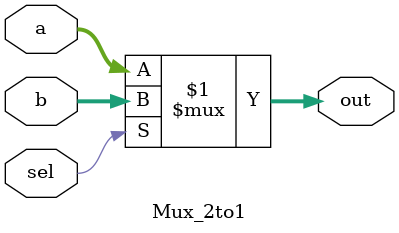
<source format=v>
/*
    Mux 2 to 1 made by liquetxnx on 2025/12

*/

module Mux_2to1(
    input wire [31:0] a,
    input wire [31:0] b,
    input wire sel,

    output wire [31:0] out
);

assign out=(sel)? b:a;

endmodule
</source>
